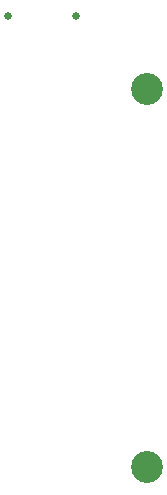
<source format=gbr>
%TF.GenerationSoftware,KiCad,Pcbnew,8.0.5*%
%TF.CreationDate,2024-10-26T17:00:10+13:00*%
%TF.ProjectId,usb_gpib_v2,7573625f-6770-4696-925f-76322e6b6963,C*%
%TF.SameCoordinates,Original*%
%TF.FileFunction,NonPlated,1,2,NPTH,Drill*%
%TF.FilePolarity,Positive*%
%FSLAX46Y46*%
G04 Gerber Fmt 4.6, Leading zero omitted, Abs format (unit mm)*
G04 Created by KiCad (PCBNEW 8.0.5) date 2024-10-26 17:00:10*
%MOMM*%
%LPD*%
G01*
G04 APERTURE LIST*
%TA.AperFunction,ComponentDrill*%
%ADD10C,0.650000*%
%TD*%
%TA.AperFunction,ComponentDrill*%
%ADD11C,2.700000*%
%TD*%
G04 APERTURE END LIST*
D10*
%TO.C,J2*%
X103210000Y-69775000D03*
X108990000Y-69775000D03*
D11*
%TO.C,H2*%
X115000000Y-75996800D03*
%TO.C,H1*%
X115000000Y-108000800D03*
M02*

</source>
